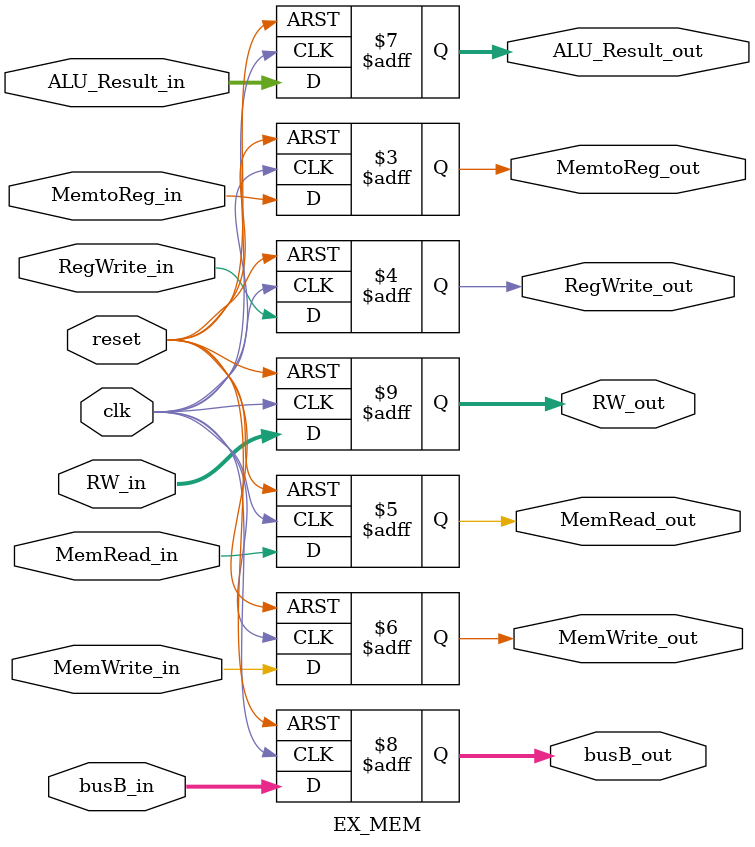
<source format=v>
module EX_MEM(clk, reset, MemtoReg_in, RegWrite_in, MemRead_in, MemWrite_in, ALU_Result_in, busB_in, RW_in,
					MemtoReg_out, RegWrite_out, MemRead_out, MemWrite_out, ALU_Result_out, busB_out, RW_out);

input clk, reset;
input MemtoReg_in, RegWrite_in, MemRead_in, MemWrite_in;
input [31:0] ALU_Result_in, busB_in;
input [4:0] RW_in;
//控制信號
output reg MemtoReg_out, RegWrite_out, MemRead_out, MemWrite_out;
// busB_out 寫入memory的data
// ALU_Result_out是address或是要寫回reg的值
output reg [31:0] ALU_Result_out, busB_out;
//寫回暫存器的地址看是rd還是rt
output reg [4:0] RW_out;

always @(posedge clk or negedge reset)begin
	if(!reset)begin
		ALU_Result_out <= 32'd0;
		busB_out <= 32'd0;
		RW_out <= 5'd0;
		
		MemtoReg_out <= 1'b0;
		RegWrite_out <= 1'b0;
		MemRead_out <= 1'b0;
		MemWrite_out <= 1'b0;
	end 
	else begin
		ALU_Result_out <= ALU_Result_in;
		busB_out <= busB_in;
		RW_out <= RW_in;
		
		MemtoReg_out <= MemtoReg_in;
		RegWrite_out <= RegWrite_in;
		MemRead_out <= MemRead_in;
		MemWrite_out <= MemWrite_in;
	end
end

endmodule 
</source>
